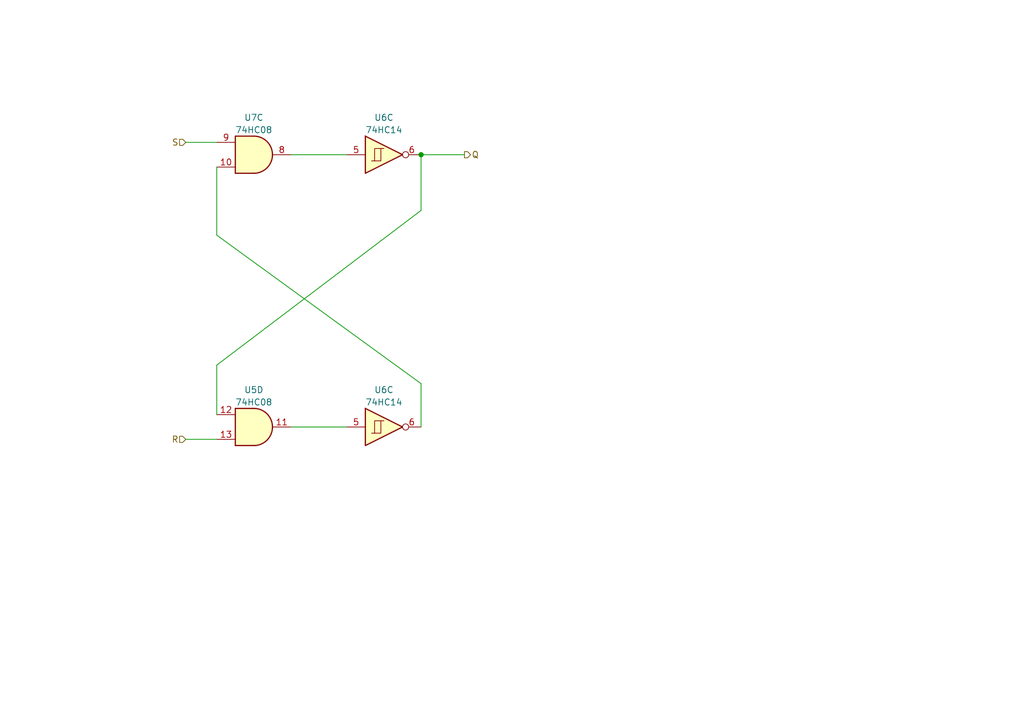
<source format=kicad_sch>
(kicad_sch (version 20230121) (generator eeschema)
  (paper "A5")
  (lib_symbols
    (symbol "74xx:74HC14" (pin_names (offset 1.016))
      (property "Reference" "U" (at 0 1.27 0))
      (property "Value" "74HC14" (at 0 -1.27 0))
      (symbol "74HC14_1_0"
        (polyline (pts (xy -3.81 3.81) (xy -3.81 -3.81) (xy 3.81 0) (xy -3.81 3.81)) (stroke (width 0.254)) (fill (type background)))
        (pin input line (at -7.62 0 0) (length 3.81) (name "~") (number "1"))
        (pin output inverted (at 7.62 0 180) (length 3.81) (name "~") (number "2"))
      )
      (symbol "74HC14_1_1"
        (polyline (pts (xy -1.905 -1.27) (xy -1.905 1.27) (xy -0.635 1.27)))
        (polyline (pts (xy -2.54 -1.27) (xy -0.635 -1.27) (xy -0.635 1.27) (xy 0 1.27)))
      )
      (symbol "74HC14_2_0"
        (polyline (pts (xy -3.81 3.81) (xy -3.81 -3.81) (xy 3.81 0) (xy -3.81 3.81)) (stroke (width 0.254)) (fill (type background)))
        (pin input line (at -7.62 0 0) (length 3.81) (name "~") (number "3"))
        (pin output inverted (at 7.62 0 180) (length 3.81) (name "~") (number "4"))
      )
      (symbol "74HC14_2_1"
        (polyline (pts (xy -1.905 -1.27) (xy -1.905 1.27) (xy -0.635 1.27)))
        (polyline (pts (xy -2.54 -1.27) (xy -0.635 -1.27) (xy -0.635 1.27) (xy 0 1.27)))
      )
      (symbol "74HC14_3_0"
        (polyline (pts (xy -3.81 3.81) (xy -3.81 -3.81) (xy 3.81 0) (xy -3.81 3.81)) (stroke (width 0.254)) (fill (type background)))
        (pin input line (at -7.62 0 0) (length 3.81) (name "~") (number "5"))
        (pin output inverted (at 7.62 0 180) (length 3.81) (name "~") (number "6"))
      )
      (symbol "74HC14_3_1"
        (polyline (pts (xy -1.905 -1.27) (xy -1.905 1.27) (xy -0.635 1.27)))
        (polyline (pts (xy -2.54 -1.27) (xy -0.635 -1.27) (xy -0.635 1.27) (xy 0 1.27)))
      )
      (symbol "74HC14_4_0"
        (polyline (pts (xy -3.81 3.81) (xy -3.81 -3.81) (xy 3.81 0) (xy -3.81 3.81)) (stroke (width 0.254)) (fill (type background)))
        (pin output inverted (at 7.62 0 180) (length 3.81) (name "~") (number "8"))
        (pin input line (at -7.62 0 0) (length 3.81) (name "~") (number "9"))
      )
      (symbol "74HC14_4_1"
        (polyline (pts (xy -1.905 -1.27) (xy -1.905 1.27) (xy -0.635 1.27)))
        (polyline (pts (xy -2.54 -1.27) (xy -0.635 -1.27) (xy -0.635 1.27) (xy 0 1.27)))
      )
      (symbol "74HC14_5_0"
        (polyline (pts (xy -3.81 3.81) (xy -3.81 -3.81) (xy 3.81 0) (xy -3.81 3.81)) (stroke (width 0.254)) (fill (type background)))
        (pin output inverted (at 7.62 0 180) (length 3.81) (name "~") (number "10"))
        (pin input line (at -7.62 0 0) (length 3.81) (name "~") (number "11"))
      )
      (symbol "74HC14_5_1"
        (polyline (pts (xy -1.905 -1.27) (xy -1.905 1.27) (xy -0.635 1.27)))
        (polyline (pts (xy -2.54 -1.27) (xy -0.635 -1.27) (xy -0.635 1.27) (xy 0 1.27)))
      )
      (symbol "74HC14_6_0"
        (polyline (pts (xy -3.81 3.81) (xy -3.81 -3.81) (xy 3.81 0) (xy -3.81 3.81)) (stroke (width 0.254)) (fill (type background)))
        (pin output inverted (at 7.62 0 180) (length 3.81) (name "~") (number "12"))
        (pin input line (at -7.62 0 0) (length 3.81) (name "~") (number "13"))
      )
      (symbol "74HC14_6_1"
        (polyline (pts (xy -1.905 -1.27) (xy -1.905 1.27) (xy -0.635 1.27)))
        (polyline (pts (xy -2.54 -1.27) (xy -0.635 -1.27) (xy -0.635 1.27) (xy 0 1.27)))
      )
      (symbol "74HC14_7_0"
        (pin power_in line (at 0 12.7 270) (length 5.08) (name "VCC") (number "14"))
        (pin power_in line (at 0 -12.7 90) (length 5.08) (name "GND") (number "7"))
      )
      (symbol "74HC14_7_1"
        (rectangle (start -5.08 7.62) (end 5.08 -7.62) (stroke (width 0.254)) (fill (type background)))
      )
    )
    (symbol "gates:74HC08" (pin_names (offset 1.016))
      (property "Reference" "U" (at 0 1.27 0))
      (property "Value" "74HC08" (at 0 -1.27 0))
      (symbol "74HC08_1_1"
        (arc (start 0 -3.81) (mid 3.7934 0) (end 0 3.81) (stroke (width 0.254)) (fill (type background)))
        (polyline (pts (xy 0 3.81) (xy -3.81 3.81) (xy -3.81 -3.81) (xy 0 -3.81)) (stroke (width 0.254)) (fill (type background)))
        (pin input line (at -7.62 2.54 0) (length 3.81) (name "~") (number "1"))
        (pin input line (at -7.62 -2.54 0) (length 3.81) (name "~") (number "2"))
        (pin output line (at 7.62 0 180) (length 3.81) (name "~") (number "3"))
      )
      (symbol "74HC08_1_2"
        (arc (start -3.81 -3.81) (mid -2.589 0) (end -3.81 3.81) (stroke (width 0.254)))
        (arc (start -0.6096 -3.81) (mid 2.1842 -2.5851) (end 3.81 0) (stroke (width 0.254)) (fill (type background)))
        (polyline (pts (xy -3.81 -3.81) (xy -0.635 -3.81)) (stroke (width 0.254)) (fill (type background)))
        (polyline (pts (xy -3.81 3.81) (xy -0.635 3.81)) (stroke (width 0.254)) (fill (type background)))
        (polyline (pts (xy -0.635 3.81) (xy -3.81 3.81) (xy -3.81 3.81) (xy -3.556 3.4036) (xy -3.0226 2.2606) (xy -2.6924 1.0414) (xy -2.6162 -0.254) (xy -2.7686 -1.4986) (xy -3.175 -2.7178) (xy -3.81 -3.81) (xy -3.81 -3.81) (xy -0.635 -3.81)) (stroke (width -25.4)) (fill (type background)))
        (arc (start 3.81 0) (mid 2.1915 2.5936) (end -0.6096 3.81) (stroke (width 0.254)) (fill (type background)))
        (pin input inverted (at -7.62 2.54 0) (length 4.318) (name "~") (number "1"))
        (pin input inverted (at -7.62 -2.54 0) (length 4.318) (name "~") (number "2"))
        (pin output inverted (at 7.62 0 180) (length 3.81) (name "~") (number "3"))
      )
      (symbol "74HC08_2_1"
        (arc (start 0 -3.81) (mid 3.7934 0) (end 0 3.81) (stroke (width 0.254)) (fill (type background)))
        (polyline (pts (xy 0 3.81) (xy -3.81 3.81) (xy -3.81 -3.81) (xy 0 -3.81)) (stroke (width 0.254)) (fill (type background)))
        (pin input line (at -7.62 2.54 0) (length 3.81) (name "~") (number "4"))
        (pin input line (at -7.62 -2.54 0) (length 3.81) (name "~") (number "5"))
        (pin output line (at 7.62 0 180) (length 3.81) (name "~") (number "6"))
      )
      (symbol "74HC08_2_2"
        (arc (start -3.81 -3.81) (mid -2.589 0) (end -3.81 3.81) (stroke (width 0.254)))
        (arc (start -0.6096 -3.81) (mid 2.1842 -2.5851) (end 3.81 0) (stroke (width 0.254)) (fill (type background)))
        (polyline (pts (xy -3.81 -3.81) (xy -0.635 -3.81)) (stroke (width 0.254)) (fill (type background)))
        (polyline (pts (xy -3.81 3.81) (xy -0.635 3.81)) (stroke (width 0.254)) (fill (type background)))
        (polyline (pts (xy -0.635 3.81) (xy -3.81 3.81) (xy -3.81 3.81) (xy -3.556 3.4036) (xy -3.0226 2.2606) (xy -2.6924 1.0414) (xy -2.6162 -0.254) (xy -2.7686 -1.4986) (xy -3.175 -2.7178) (xy -3.81 -3.81) (xy -3.81 -3.81) (xy -0.635 -3.81)) (stroke (width -25.4)) (fill (type background)))
        (arc (start 3.81 0) (mid 2.1915 2.5936) (end -0.6096 3.81) (stroke (width 0.254)) (fill (type background)))
        (pin input inverted (at -7.62 2.54 0) (length 4.318) (name "~") (number "4"))
        (pin input inverted (at -7.62 -2.54 0) (length 4.318) (name "~") (number "5"))
        (pin output inverted (at 7.62 0 180) (length 3.81) (name "~") (number "6"))
      )
      (symbol "74HC08_3_1"
        (arc (start 0 -3.81) (mid 3.7934 0) (end 0 3.81) (stroke (width 0.254)) (fill (type background)))
        (polyline (pts (xy 0 3.81) (xy -3.81 3.81) (xy -3.81 -3.81) (xy 0 -3.81)) (stroke (width 0.254)) (fill (type background)))
        (pin input line (at -7.62 -2.54 0) (length 3.81) (name "~") (number "10"))
        (pin output line (at 7.62 0 180) (length 3.81) (name "~") (number "8"))
        (pin input line (at -7.62 2.54 0) (length 3.81) (name "~") (number "9"))
      )
      (symbol "74HC08_3_2"
        (arc (start -3.81 -3.81) (mid -2.589 0) (end -3.81 3.81) (stroke (width 0.254)))
        (arc (start -0.6096 -3.81) (mid 2.1842 -2.5851) (end 3.81 0) (stroke (width 0.254)) (fill (type background)))
        (polyline (pts (xy -3.81 -3.81) (xy -0.635 -3.81)) (stroke (width 0.254)) (fill (type background)))
        (polyline (pts (xy -3.81 3.81) (xy -0.635 3.81)) (stroke (width 0.254)) (fill (type background)))
        (polyline (pts (xy -0.635 3.81) (xy -3.81 3.81) (xy -3.81 3.81) (xy -3.556 3.4036) (xy -3.0226 2.2606) (xy -2.6924 1.0414) (xy -2.6162 -0.254) (xy -2.7686 -1.4986) (xy -3.175 -2.7178) (xy -3.81 -3.81) (xy -3.81 -3.81) (xy -0.635 -3.81)) (stroke (width -25.4)) (fill (type background)))
        (arc (start 3.81 0) (mid 2.1915 2.5936) (end -0.6096 3.81) (stroke (width 0.254)) (fill (type background)))
        (pin input inverted (at -7.62 -2.54 0) (length 4.318) (name "~") (number "10"))
        (pin output inverted (at 7.62 0 180) (length 3.81) (name "~") (number "8"))
        (pin input inverted (at -7.62 2.54 0) (length 4.318) (name "~") (number "9"))
      )
      (symbol "74HC08_4_1"
        (arc (start 0 -3.81) (mid 3.7934 0) (end 0 3.81) (stroke (width 0.254)) (fill (type background)))
        (polyline (pts (xy 0 3.81) (xy -3.81 3.81) (xy -3.81 -3.81) (xy 0 -3.81)) (stroke (width 0.254)) (fill (type background)))
        (pin output line (at 7.62 0 180) (length 3.81) (name "~") (number "11"))
        (pin input line (at -7.62 2.54 0) (length 3.81) (name "~") (number "12"))
        (pin input line (at -7.62 -2.54 0) (length 3.81) (name "~") (number "13"))
      )
      (symbol "74HC08_4_2"
        (arc (start -3.81 -3.81) (mid -2.589 0) (end -3.81 3.81) (stroke (width 0.254)))
        (arc (start -0.6096 -3.81) (mid 2.1842 -2.5851) (end 3.81 0) (stroke (width 0.254)) (fill (type background)))
        (polyline (pts (xy -3.81 -3.81) (xy -0.635 -3.81)) (stroke (width 0.254)) (fill (type background)))
        (polyline (pts (xy -3.81 3.81) (xy -0.635 3.81)) (stroke (width 0.254)) (fill (type background)))
        (polyline (pts (xy -0.635 3.81) (xy -3.81 3.81) (xy -3.81 3.81) (xy -3.556 3.4036) (xy -3.0226 2.2606) (xy -2.6924 1.0414) (xy -2.6162 -0.254) (xy -2.7686 -1.4986) (xy -3.175 -2.7178) (xy -3.81 -3.81) (xy -3.81 -3.81) (xy -0.635 -3.81)) (stroke (width -25.4)) (fill (type background)))
        (arc (start 3.81 0) (mid 2.1915 2.5936) (end -0.6096 3.81) (stroke (width 0.254)) (fill (type background)))
        (pin output inverted (at 7.62 0 180) (length 3.81) (name "~") (number "11"))
        (pin input inverted (at -7.62 2.54 0) (length 4.318) (name "~") (number "12"))
        (pin input inverted (at -7.62 -2.54 0) (length 4.318) (name "~") (number "13"))
      )
      (symbol "74HC08_5_0"
        (pin power_in line (at 0 12.7 270) (length 5.08) (name "VCC") (number "14"))
        (pin power_in line (at 0 -12.7 90) (length 5.08) (name "GND") (number "7"))
      )
      (symbol "74HC08_5_1"
        (rectangle (start -5.08 7.62) (end 5.08 -7.62) (stroke (width 0.254)) (fill (type background)))
      )
    )
  )
  (junction (at 86.36 31.75))
  (wire (pts (xy 71.12 87.63) (xy 59.69 87.63)))
  (wire (pts (xy 44.45 34.29) (xy 44.45 48.26)))
  (wire (pts (xy 44.45 74.93) (xy 44.45 85.09)))
  (wire (pts (xy 59.69 31.75) (xy 71.12 31.75)))
  (wire (pts (xy 86.36 43.18) (xy 44.45 74.93)))
  (wire (pts (xy 95.25 31.75) (xy 86.36 31.75)))
  (wire (pts (xy 86.36 78.74) (xy 86.36 87.63)))
  (wire (pts (xy 38.1 29.21) (xy 44.45 29.21)))
  (wire (pts (xy 86.36 78.74) (xy 44.45 48.26)))
  (wire (pts (xy 38.1 90.17) (xy 44.45 90.17)))
  (wire (pts (xy 86.36 31.75) (xy 86.36 43.18)))
  (hierarchical_label "S" (shape input) (at 38.1 29.21 180))
  (hierarchical_label "Q" (shape output) (at 95.25 31.75 0))
  (hierarchical_label "R" (shape input) (at 38.1 90.17 180))
  (symbol (lib_id "gates:74HC08") (at 52.07 87.63 0) (unit 4)
    (property "Reference" "U5" (at 52.0617 80.01 0))
    (property "Value" "74HC08" (at 52.0617 82.55 0))
    (property "Footprint" "Package_SO:SOIC-14_3.9x8.7mm_P1.27mm" (effects hide))
    (property "Datasheet" "http://www.ti.com/lit/gpn/sn74LS08" (effects hide))
    (property "mpn" "C5593" (effects hide))
  )
  (symbol (lib_id "74xx:74HC14") (at 78.74 87.63 0) (unit 3)
    (property "Reference" "U6" (at 78.74 80.01 0))
    (property "Value" "74HC14" (at 78.74 82.55 0))
    (property "Footprint" "Package_SO:SOIC-14_3.9x8.7mm_P1.27mm" (effects hide))
    (property "Datasheet" "http://www.ti.com/lit/gpn/sn74HC14" (effects hide))
    (property "mpn" "C5605" (effects hide))
    (instances (project "button10_controller" (path "" (reference "U6") (unit 3)) (path "" (reference "U11") (unit 2))))
  )
  (symbol (lib_id "74xx:74HC14") (at 78.74 31.75 0) (unit 3)
    (property "Reference" "U6" (at 78.74 24.13 0))
    (property "Value" "74HC14" (at 78.74 26.67 0))
    (property "Footprint" "Package_SO:SOIC-14_3.9x8.7mm_P1.27mm" (effects hide))
    (property "Datasheet" "http://www.ti.com/lit/gpn/sn74HC14" (effects hide))
    (property "mpn" "C5605" (effects hide))
    (instances (project "button10_controller" (path "" (reference "U6") (unit 3)) (path "" (reference "U11") (unit 1))))
  )
  (symbol (lib_id "gates:74HC08") (at 52.07 31.75 0) (unit 3)
    (property "Reference" "U7" (at 52.0617 24.13 0))
    (property "Value" "74HC08" (at 52.0617 26.67 0))
    (property "Footprint" "Package_SO:SOIC-14_3.9x8.7mm_P1.27mm" (effects hide))
    (property "Datasheet" "http://www.ti.com/lit/gpn/sn74LS08" (effects hide))
    (property "mpn" "C5593" (effects hide))
    (instances (project "button10_controller" (path "" (reference "U7") (unit 3)) (path "" (reference "U5") (unit 3))))
  )
)
</source>
